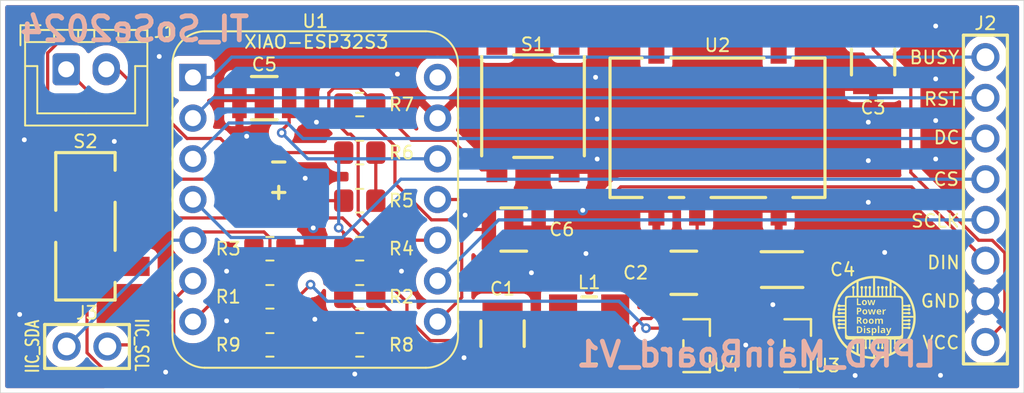
<source format=kicad_pcb>
(kicad_pcb (version 20240108) (generator "pcbnew") (generator_version "8.0")
  (title_block (title "LPRD_MainBoard") (comment 4 "AISLER Project ID: KCGOPWYC"))
  (layers (0 "F.Cu" signal) (31 "B.Cu" signal) (34 "B.Paste" user) (35 "F.Paste" user) (36 "B.SilkS" user "B.Silkscreen") (37 "F.SilkS" user "F.Silkscreen") (38 "B.Mask" user) (39 "F.Mask" user) (44 "Edge.Cuts" user))
  (net 0 "")
  (net 1 "Net-(U1-PA02_A0_D0)")
  (net 2 "GND")
  (net 3 "Net-(U1-PA10_A2_D2)")
  (net 4 "Net-(U1-PA6_A10_D10_MOSI)")
  (net 5 "Net-(U1-PA7_A8_D8_SCK)")
  (net 6 "Net-(U1-PA11_A3_D3)")
  (net 7 "VCC")
  (net 8 "Net-(U1-PA4_A1_D1)")
  (net 9 "Net-(C2-Pad1)")
  (net 10 "Net-(U1-PA9_A5_D5_SCL)")
  (net 11 "Net-(C3-Pad1)")
  (net 12 "Net-(U1-PA8_A4_D4_SDA)")
  (net 13 "Net-(J1-Pin_1)")
  (net 14 "Net-(J1-Pin_2)")
  (net 15 "Net-(U4-G)")
  (net 16 "Net-(U3-G)")
  (net 17 "Net-(R4-Pad2)")
  (net 18 "Net-(U3-D)")
  (net 20 "Net-(U1-PB08_A6_D6_TX)")
  (net 21 "Net-(U1-PB09_A7_D7_RX)")
  (net 22 "Net-(U1-PA5_A9_D9_MISO)")
  (net 25 "Net-(C1-Pad1)")
  (footprint "footprints:450406020024" (layer "F.Cu") (at 128.2 99.9 90)
    (property "Reference" "S2" (at 5.3 0 0) (layer "F.SilkS") (effects (font (size 0.8 0.8) (thickness 0.12))))
    (property "Value" "450406020024" (hide yes))
    (pad "1" smd rect (at -2.5 2.75 90) (size 1.2 2.5) (layers "F.Cu" "F.Paste" "F.Mask") (net 11 "Net-(C3-Pad1)"))
    (pad "2" smd rect (at 0 -2.75 90) (size 1.2 2.5) (layers "F.Cu" "F.Paste" "F.Mask") (net 18 "Net-(U3-D)"))
    (pad "3" smd rect (at 2.5 2.75 90) (size 1.2 2.5) (layers "F.Cu" "F.Paste" "F.Mask") (net 25 "Net-(C1-Pad1)"))
  )
  (footprint "footprints:61300811121" (layer "F.Cu") (at 184.3 98.23 -90)
    (property "Reference" "J2" (at -11 0 180) (layer "F.SilkS") (effects (font (size 0.8 0.8) (thickness 0.12))))
    (property "Value" "61300811121" (hide yes))
    (property "VALUE" "61300811121" (hide yes))
    (pad "1" thru_hole circle (at -8.89 0 270) (size 1.75 1.75) (drill 1.1) (layers "*.Cu" "*.Mask") (net 1 "Net-(U1-PA02_A0_D0)"))
    (pad "2" thru_hole circle (at -6.35 0 270) (size 1.75 1.75) (drill 1.1) (layers "*.Cu" "*.Mask") (net 8 "Net-(U1-PA4_A1_D1)"))
    (pad "3" thru_hole circle (at -3.81 0 270) (size 1.75 1.75) (drill 1.1) (layers "*.Cu" "*.Mask") (net 3 "Net-(U1-PA10_A2_D2)"))
    (pad "4" thru_hole circle (at -1.27 0 270) (size 1.75 1.75) (drill 1.1) (layers "*.Cu" "*.Mask") (net 6 "Net-(U1-PA11_A3_D3)"))
    (pad "5" thru_hole circle (at 1.27 0 270) (size 1.75 1.75) (drill 1.1) (layers "*.Cu" "*.Mask") (net 5 "Net-(U1-PA7_A8_D8_SCK)"))
    (pad "6" thru_hole circle (at 3.81 0 270) (size 1.75 1.75) (drill 1.1) (layers "*.Cu" "*.Mask") (net 4 "Net-(U1-PA6_A10_D10_MOSI)"))
    (pad "7" thru_hole circle (at 6.35 0 270) (size 1.75 1.75) (drill 1.1) (layers "*.Cu" "*.Mask") (net 2 "GND"))
    (pad "8" thru_hole circle (at 8.89 0 270) (size 1.75 1.75) (drill 1.1) (layers "*.Cu" "*.Mask") (net 11 "Net-(C3-Pad1)"))
  )
  (footprint "footprints:WCAP-CSGP_1210_H2.0" (layer "F.Cu") (at 154.2 106.6 -90)
    (property "Reference" "C1" (at -2.8 0 180) (layer "F.SilkS") (effects (font (size 0.8 0.8) (thickness 0.12))))
    (property "Value" "4.7µF" (hide yes))
    (pad "1" smd rect (at -1.55 0 270) (size 0.9 2.5) (layers "F.Cu" "F.Paste" "F.Mask") (net 25 "Net-(C1-Pad1)"))
    (pad "2" smd rect (at 1.55 0 270) (size 0.9 2.5) (layers "F.Cu" "F.Paste" "F.Mask") (net 2 "GND"))
  )
  (footprint "footprints:WCAP-CSGP_1210_H2.0" (layer "F.Cu") (at 177.3 89.65 -90)
    (property "Reference" "C3" (at 2.85 0 180) (layer "F.SilkS") (effects (font (size 0.8 0.8) (thickness 0.12))))
    (property "Value" "10µF" (hide yes))
    (pad "1" smd rect (at -1.55 0 270) (size 0.9 2.5) (layers "F.Cu" "F.Paste" "F.Mask") (net 11 "Net-(C3-Pad1)"))
    (pad "2" smd rect (at 1.55 0 270) (size 0.9 2.5) (layers "F.Cu" "F.Paste" "F.Mask") (net 2 "GND"))
  )
  (footprint "Connector_JST:JST_XH_B2B-XH-A_1x02_P2.50mm_Vertical" (layer "F.Cu") (at 127 90.1)
    (property "Reference" "J1" (at 6.15 -2.375 180) (layer "F.SilkS") (effects (font (size 0.8 0.8) (thickness 0.12))))
    (property "Value" "JST_XH 01x02" (hide yes))
    (pad "1" thru_hole roundrect (at 0 0) (size 1.7 2) (drill 1) (layers "*.Cu" "*.Mask") (roundrect_rratio 0.147059) (net 13 "Net-(J1-Pin_1)"))
    (pad "2" thru_hole oval (at 2.5 0) (size 1.7 2) (drill 1) (layers "*.Cu" "*.Mask") (net 14 "Net-(J1-Pin_2)"))
  )
  (footprint "footprints:61300211121" (layer "F.Cu") (at 128.3 107.4 180)
    (property "Reference" "J3" (at 0 2.1 180) (layer "F.SilkS") (effects (font (size 0.8 0.8) (thickness 0.12))))
    (property "Value" "61300211121" (hide yes))
    (property "VALUE" "61300211121" (hide yes))
    (pad "1" thru_hole circle (at -1.27 0 180) (size 1.75 1.75) (drill 1.1) (layers "*.Cu" "*.Mask") (net 10 "Net-(U1-PA9_A5_D5_SCL)"))
    (pad "2" thru_hole circle (at 1.27 0 180) (size 1.75 1.75) (drill 1.1) (layers "*.Cu" "*.Mask") (net 12 "Net-(U1-PA8_A4_D4_SDA)"))
  )
  (footprint "footprints:WE-PD2_4532" (layer "F.Cu") (at 159.6 106.4)
    (property "Reference" "L1" (at 0 -3 0) (layer "F.SilkS") (effects (font (size 0.8 0.8) (thickness 0.12))))
    (property "Value" "6.8µH" (hide yes))
    (pad "1" smd rect (at -1.625 0 90) (size 4.5 1.75) (layers "F.Cu" "F.Paste" "F.Mask") (net 25 "Net-(C1-Pad1)"))
    (pad "2" smd rect (at 1.625 0 90) (size 4.5 1.75) (layers "F.Cu" "F.Paste" "F.Mask") (net 9 "Net-(C2-Pad1)"))
    (zone (net 0) (net_name "") (layer "F.Cu") (connect_pads (clearance 0)) (min_thickness 0.1)
      (keepout (tracks not_allowed) (vias not_allowed) (pads not_allowed) (copperpour not_allowed) (footprints allowed))
      (fill (thermal_gap 0.508) (thermal_bridge_width 0.508))
      (polygon (pts (xy 158.9 104.15) (xy 160.3 104.15) (xy 160.3 108.65) (xy 158.9 108.65)))
    )
  )
  (footprint "footprints:WCAP-CSGP_1210_H2.0" (layer "F.Cu") (at 139.35 91.9)
    (property "Reference" "C5" (at 0 -2.1 0) (layer "F.SilkS") (effects (font (size 0.8 0.8) (thickness 0.12))))
    (property "Value" "100nF" (hide yes))
    (pad "1" smd rect (at -1.55 0) (size 0.9 2.5) (layers "F.Cu" "F.Paste" "F.Mask") (net 2 "GND"))
    (pad "2" smd rect (at 1.55 0) (size 0.9 2.5) (layers "F.Cu" "F.Paste" "F.Mask") (net 7 "VCC"))
  )
  (footprint "Resistor_SMD:R_0805_2012Metric_Pad1.20x1.40mm_HandSolder" (layer "F.Cu") (at 145.3 98.3)
    (property "Reference" "R5" (at 2.6 0 0) (layer "F.SilkS") (effects (font (size 0.8 0.8) (thickness 0.12))))
    (property "Value" "220kΩ" (hide yes))
    (pad "1" smd roundrect (at -1 0) (size 1.2 1.4) (layers "F.Cu" "F.Paste" "F.Mask") (roundrect_rratio 0.208333) (net 13 "Net-(J1-Pin_1)"))
    (pad "2" smd roundrect (at 1 0) (size 1.2 1.4) (layers "F.Cu" "F.Paste" "F.Mask") (roundrect_rratio 0.208333) (net 22 "Net-(U1-PA5_A9_D9_MISO)"))
  )
  (footprint "footprints:WCAP-CSGP_1210_H2.0" (layer "F.Cu") (at 165.5 102.8 180)
    (property "Reference" "C2" (at 3 0 180) (layer "F.SilkS") (effects (font (size 0.8 0.8) (thickness 0.12))))
    (property "Value" "4.7µF" (hide yes))
    (pad "1" smd rect (at -1.55 0 180) (size 0.9 2.5) (layers "F.Cu" "F.Paste" "F.Mask") (net 9 "Net-(C2-Pad1)"))
    (pad "2" smd rect (at 1.55 0 180) (size 0.9 2.5) (layers "F.Cu" "F.Paste" "F.Mask") (net 2 "GND"))
  )
  (footprint "Resistor_SMD:R_0805_2012Metric_Pad1.20x1.40mm_HandSolder" (layer "F.Cu") (at 139.7 101.3)
    (property "Reference" "R3" (at -2.6 0 0) (layer "F.SilkS") (effects (font (size 0.8 0.8) (thickness 0.12))))
    (property "Value" "10kΩ" (hide yes))
    (pad "1" smd roundrect (at -1 0) (size 1.2 1.4) (layers "F.Cu" "F.Paste" "F.Mask") (roundrect_rratio 0.208333) (net 20 "Net-(U1-PB08_A6_D6_TX)"))
    (pad "2" smd roundrect (at 1 0) (size 1.2 1.4) (layers "F.Cu" "F.Paste" "F.Mask") (roundrect_rratio 0.208333) (net 2 "GND"))
  )
  (footprint "Resistor_SMD:R_0805_2012Metric_Pad1.20x1.40mm_HandSolder" (layer "F.Cu") (at 145.3 104.3 180)
    (property "Reference" "R2" (at -2.6 0 180) (layer "F.SilkS") (effects (font (size 0.8 0.8) (thickness 0.12))))
    (property "Value" "100Ω" (hide yes))
    (pad "1" smd roundrect (at -1 0 180) (size 1.2 1.4) (layers "F.Cu" "F.Paste" "F.Mask") (roundrect_rratio 0.208333) (net 16 "Net-(U3-G)"))
    (pad "2" smd roundrect (at 1 0 180) (size 1.2 1.4) (layers "F.Cu" "F.Paste" "F.Mask") (roundrect_rratio 0.208333) (net 7 "VCC"))
  )
  (footprint "Resistor_SMD:R_0805_2012Metric_Pad1.20x1.40mm_HandSolder" (layer "F.Cu") (at 145.3 92.3)
    (property "Reference" "R7" (at 2.6 0 0) (layer "F.SilkS") (effects (font (size 0.8 0.8) (thickness 0.12))))
    (property "Value" "?kΩ" (hide yes))
    (pad "1" smd roundrect (at -1 0) (size 1.2 1.4) (layers "F.Cu" "F.Paste" "F.Mask") (roundrect_rratio 0.208333) (net 21 "Net-(U1-PB09_A7_D7_RX)"))
    (pad "2" smd roundrect (at 1 0) (size 1.2 1.4) (layers "F.Cu" "F.Paste" "F.Mask") (roundrect_rratio 0.208333) (net 17 "Net-(R4-Pad2)"))
  )
  (footprint "footprints:WCAP-CSGP_1210_H2.0" (layer "F.Cu") (at 154.9 100.1)
    (property "Reference" "C6" (at 3 0 180) (layer "F.SilkS") (effects (font (size 0.8 0.8) (thickness 0.12))))
    (property "Value" "?F" (hide yes))
    (pad "1" smd rect (at -1.55 0) (size 0.9 2.5) (layers "F.Cu" "F.Paste" "F.Mask") (net 21 "Net-(U1-PB09_A7_D7_RX)"))
    (pad "2" smd rect (at 1.55 0) (size 0.9 2.5) (layers "F.Cu" "F.Paste" "F.Mask") (net 2 "GND"))
  )
  (footprint "footprints:SOT_02K-T1-GE3_VIS" (layer "F.Cu") (at 166.3 107.35 -90)
    (property "Reference" "U4" (at 1.2 -1.84 0) (layer "F.SilkS") (effects (font (size 0.8 0.8) (thickness 0.12))))
    (property "Value" "2N7002K-T1-GE3" (hide yes))
    (pad "1" smd rect (at -0.950001 1.016 270) (size 0.5588 1.3208) (layers "F.Cu" "F.Paste" "F.Mask") (net 15 "Net-(U4-G)"))
    (pad "2" smd rect (at 0.950001 1.016 270) (size 0.5588 1.3208) (layers "F.Cu" "F.Paste" "F.Mask") (net 2 "GND"))
    (pad "3" smd rect (at 0 -1.016 270) (size 0.5588 1.3208) (layers "F.Cu" "F.Paste" "F.Mask") (net 16 "Net-(U3-G)"))
  )
  (footprint "footprints:WPME-FISM_SMT-8_L13.2W11.4H7.25" (layer "F.Cu") (at 167.6 93.75)
    (property "Reference" "U2" (at 0 -5.15 0) (layer "F.SilkS") (effects (font (size 0.8 0.8) (thickness 0.12))))
    (property "Value" "WPME-FISM_SMT-8" (hide yes))
    (pad "1" smd rect (at -3.81 5.05) (size 1 2.1) (layers "F.Cu" "F.Paste" "F.Mask") (net 2 "GND"))
    (pad "2" smd rect (at -1.27 5.05) (size 1 2.1) (layers "F.Cu" "F.Paste" "F.Mask") (net 9 "Net-(C2-Pad1)"))
    (pad "4" smd rect (at 3.81 5.05) (size 1 2.1) (layers "F.Cu" "F.Paste" "F.Mask") (net 2 "GND"))
    (pad "5" smd rect (at 3.81 -5.05) (size 1 2.1) (layers "F.Cu" "F.Paste" "F.Mask") (net 11 "Net-(C3-Pad1)"))
    (pad "8" smd rect (at -3.81 -5.05) (size 1 2.1) (layers "F.Cu" "F.Paste" "F.Mask"))
  )
  (footprint "Seeed Studio XIAO Series Library:XIAO-Generic-Thruhole-14P-2.54-21X17.8MM" (layer "F.Cu") (at 142.525 98.2273)
    (property "Reference" "U1" (at 0 -11.12735 0) (layer "F.SilkS") (effects (font (size 0.8 0.8) (thickness 0.12) (bold yes))))
    (property "Value" "XIAO-ESP32S3" (at 0.075 -9.82735 0) (layer "F.SilkS") (effects (font (size 0.8 0.8) (thickness 0.12))))
    (fp_text user "+" (at -3.025 0.07265 0) (layer "F.SilkS") (effects (font (thickness 0.2) (bold yes)) (justify left bottom)))
    (fp_text user "-" (at -3.025 -1.82735 0) (layer "F.SilkS") (effects (font (thickness 0.2) (bold yes)) (justify left bottom)))
    (pad "1" thru_hole rect (at -7.625 -7.62) (size 1.7 1.7) (drill 1) (layers "*.Cu" "*.Mask") (net 1 "Net-(U1-PA02_A0_D0)"))
    (pad "2" thru_hole circle (at -7.625 -5.08) (size 1.7 1.7) (drill 1) (layers "*.Cu" "*.Mask") (net 8 "Net-(U1-PA4_A1_D1)"))
    (pad "3" thru_hole circle (at -7.625 -2.54) (size 1.7 1.7) (drill 1) (layers "*.Cu" "*.Mask") (net 3 "Net-(U1-PA10_A2_D2)"))
    (pad "4" thru_hole circle (at -7.625 0) (size 1.7 1.7) (drill 1) (layers "*.Cu" "*.Mask") (net 6 "Net-(U1-PA11_A3_D3)"))
    (pad "5" thru_hole circle (at -7.625 2.54) (size 1.7 1.7) (drill 1) (layers "*.Cu" "*.Mask") (net 12 "Net-(U1-PA8_A4_D4_SDA)"))
    (pad "6" thru_hole circle (at -7.625 5.08 180) (size 1.7 1.7) (drill 1) (layers "*.Cu" "*.Mask") (net 10 "Net-(U1-PA9_A5_D5_SCL)"))
    (pad "7" thru_hole circle (at -7.625 7.62) (size 1.7 1.7) (drill 1) (layers "*.Cu" "*.Mask") (net 20 "Net-(U1-PB08_A6_D6_TX)"))
    (pad "8" thru_hole circle (at 7.625 7.62) (size 1.7 1.7) (drill 1) (layers "*.Cu" "*.Mask") (net 21 "Net-(U1-PB09_A7_D7_RX)"))
    (pad "9" thru_hole circle (at 7.625 5.08) (size 1.7 1.7) (drill 1) (layers "*.Cu" "*.Mask") (net 5 "Net-(U1-PA7_A8_D8_SCK)"))
    (pad "10" thru_hole circle (at 7.625 2.54) (size 1.7 1.7) (drill 1) (layers "*.Cu" "*.Mask") (net 22 "Net-(U1-PA5_A9_D9_MISO)"))
    (pad "11" thru_hole circle (at 7.625 0) (size 1.7 1.7) (drill 1) (layers "*.Cu" "*.Mask") (net 4 "Net-(U1-PA6_A10_D10_MOSI)"))
    (pad "12" thru_hole circle (at 7.625 -2.54) (size 1.7 1.7) (drill 1) (layers "*.Cu" "*.Mask") (net 7 "VCC"))
    (pad "13" thru_hole circle (at 7.625 -5.08) (size 1.7 1.7) (drill 1) (layers "*.Cu" "*.Mask") (net 2 "GND"))
    (pad "14" thru_hole circle (at 7.625 -7.62) (size 1.7 1.7) (drill 1) (layers "*.Cu" "*.Mask"))
    (pad "15" smd roundrect (at -4.4 -0.395 90) (size 1.27 2.286) (layers "F.Cu" "F.Paste" "F.Mask") (net 13 "Net-(J1-Pin_1)"))
    (pad "16" smd roundrect (at -4.4 -2.3 90) (size 1.27 2.286) (layers "F.Cu" "F.Paste" "F.Mask") (net 14 "Net-(J1-Pin_2)"))
  )
  (footprint "Resistor_SMD:R_0805_2012Metric_Pad1.20x1.40mm_HandSolder" (layer "F.Cu") (at 145.3 107.3 180)
    (property "Reference" "R8" (at -2.6 0 180) (layer "F.SilkS") (effects (font (size 0.8 0.8) (thickness 0.12))))
    (property "Value" "10kΩ" (hide yes))
    (pad "1" smd roundrect (at -1 0 180) (size 1.2 1.4) (layers "F.Cu" "F.Paste" "F.Mask") (roundrect_rratio 0.208333) (net 12 "Net-(U1-PA8_A4_D4_SDA)"))
    (pad "2" smd roundrect (at 1 0 180) (size 1.2 1.4) (layers "F.Cu" "F.Paste" "F.Mask") (roundrect_rratio 0.208333) (net 7 "VCC"))
  )
  (footprint "Resistor_SMD:R_0805_2012Metric_Pad1.20x1.40mm_HandSolder" (layer "F.Cu") (at 145.3 101.3)
    (property "Reference" "R4" (at 2.6 0 0) (layer "F.SilkS") (effects (font (size 0.8 0.8) (thickness 0.12))))
    (property "Value" "10kΩ" (hide yes))
    (pad "1" smd roundrect (at -1 0) (size 1.2 1.4) (layers "F.Cu" "F.Paste" "F.Mask") (roundrect_rratio 0.208333) (net 7 "VCC"))
    (pad "2" smd roundrect (at 1 0) (size 1.2 1.4) (layers "F.Cu" "F.Paste" "F.Mask") (roundrect_rratio 0.208333) (net 17 "Net-(R4-Pad2)"))
  )
  (footprint "footprints:SOT-23_VIS" (layer "F.Cu") (at 172.6 107.35 -90)
    (property "Reference" "U3" (at 1.24 -1.85 0) (layer "F.SilkS") (effects (font (size 0.8 0.8) (thickness 0.12))))
    (property "Value" "SI2307CDS-T1-BE3" (hide yes))
    (pad "1" smd rect (at -0.950001 1.016 270) (size 0.568 1.309599) (layers "F.Cu" "F.Paste" "F.Mask") (net 16 "Net-(U3-G)"))
    (pad "2" smd rect (at 0.950001 1.016 270) (size 0.568 1.309599) (layers "F.Cu" "F.Paste" "F.Mask") (net 7 "VCC"))
    (pad "3" smd rect (at 0 -1.016 270) (size 0.568 1.309599) (layers "F.Cu" "F.Paste" "F.Mask") (net 18 "Net-(U3-D)"))
  )
  (footprint "footprints:WCAP-CSMH_1808_H2.0" (layer "F.Cu") (at 171.6 102.6)
    (property "Reference" "C4" (at 3.8 0 0) (layer "F.SilkS") (effects (font (size 0.8 0.8) (thickness 0.12))))
    (property "Value" "470pF" (hide yes))
    (pad "1" smd rect (at -2.175 0) (size 1.05 2.3) (layers "F.Cu" "F.Paste" "F.Mask") (net 9 "Net-(C2-Pad1)"))
    (pad "2" smd rect (at 2.175 0) (size 1.05 2.3) (layers "F.Cu" "F.Paste" "F.Mask") (net 2 "GND"))
  )
  (footprint "Resistor_SMD:R_0805_2012Metric_Pad1.20x1.40mm_HandSolder" (layer "F.Cu") (at 139.7 104.3)
    (property "Reference" "R1" (at -2.6 0 0) (layer "F.SilkS") (effects (font (size 0.8 0.8) (thickness 0.12))))
    (property "Value" "1kΩ" (hide yes))
    (pad "1" smd roundrect (at -1 0) (size 1.2 1.4) (layers "F.Cu" "F.Paste" "F.Mask") (roundrect_rratio 0.208333) (net 20 "Net-(U1-PB08_A6_D6_TX)"))
    (pad "2" smd roundrect (at 1 0) (size 1.2 1.4) (layers "F.Cu" "F.Paste" "F.Mask") (roundrect_rratio 0.208333) (net 15 "Net-(U4-G)"))
  )
  (footprint "footprints:Logo" (layer "F.Cu") (at 177.36 105.59)
    (property "Reference" "G***" (hide yes))
    (property "Value" "LOGO" (hide yes))
  )
  (footprint "Resistor_SMD:R_0805_2012Metric_Pad1.20x1.40mm_HandSolder" (layer "F.Cu") (at 145.3 95.3 180)
    (property "Reference" "R6" (at -2.6 0 180) (layer "F.SilkS") (effects (font (size 0.8 0.8) (thickness 0.12))))
    (property "Value" "220kΩ" (hide yes))
    (pad "1" smd roundrect (at -1 0 180) (size 1.2 1.4) (layers "F.Cu" "F.Paste" "F.Mask") (roundrect_rratio 0.208333) (net 22 "Net-(U1-PA5_A9_D9_MISO)"))
    (pad "2" smd roundrect (at 1 0 180) (size 1.2 1.4) (layers "F.Cu" "F.Paste" "F.Mask") (roundrect_rratio 0.208333) (net 14 "Net-(J1-Pin_2)"))
  )
  (footprint "Resistor_SMD:R_0805_2012Metric_Pad1.20x1.40mm_HandSolder" (layer "F.Cu") (at 139.7 107.3)
    (property "Reference" "R9" (at -2.6 0 0) (layer "F.SilkS") (effects (font (size 0.8 0.8) (thickness 0.12))))
    (property "Value" "10kΩ" (hide yes))
    (pad "1" smd roundrect (at -1 0) (size 1.2 1.4) (layers "F.Cu" "F.Paste" "F.Mask") (roundrect_rratio 0.208333) (net 10 "Net-(U1-PA9_A5_D5_SCL)"))
    (pad "2" smd roundrect (at 1 0) (size 1.2 1.4) (layers "F.Cu" "F.Paste" "F.Mask") (roundrect_rratio 0.208333) (net 7 "VCC"))
  )
  (footprint "footprints:430182050816" (layer "F.Cu") (at 156.1 92.4 90)
    (property "Reference" "S1" (at 3.86 0 0) (layer "F.SilkS") (effects (font (size 0.8 0.8) (thickness 0.12))))
    (property "Value" "430182050816" (hide yes))
    (pad "1" smd rect (at -3.975 -2.25 90) (size 1.55 1.3) (layers "F.Cu" "F.Paste" "F.Mask") (net 17 "Net-(R4-Pad2)"))
    (pad "2" smd rect (at -3.975 2.25 90) (size 1.55 1.3) (layers "F.Cu" "F.Paste" "F.Mask") (net 2 "GND"))
    (pad "3" smd rect (at 3.975 -2.25 90) (size 1.55 1.3) (layers "F.Cu" "F.Paste" "F.Mask"))
    (pad "4" smd rect (at 3.975 2.25 90) (size 1.55 1.3) (layers "F.Cu" "F.Paste" "F.Mask"))
  )
  (gr_line (start 122.9 110.3) (end 186.7 110.3) (stroke (width 0.05)) (layer "Edge.Cuts"))
  (gr_line (start 122.9 85.8) (end 122.9 110.3) (stroke (width 0.05)) (layer "Edge.Cuts"))
  (gr_line (start 186.7 85.8) (end 186.7 110.3) (stroke (width 0.05)) (layer "Edge.Cuts"))
  (gr_line (start 122.9 85.8) (end 186.7 85.8) (stroke (width 0.05)) (layer "Edge.Cuts"))
  (gr_text "LPRD_MainBoard_V1" (at 181.4 108.77 0) (layer "B.SilkS") (effects (font (size 1.5 1.5) (thickness 0.3) (bold yes)) (justify left bottom mirror)))
  (gr_text "TI_SoSe2024" (at 138.56 88.46 0) (layer "B.SilkS") (effects (font (size 1.5 1.5) (thickness 0.3) (bold yes)) (justify left bottom mirror)))
  (gr_text "DIN\n" (at 180.6 102.63 0) (layer "F.SilkS") (effects (font (size 0.8 0.8) (thickness 0.12)) (justify left bottom)))
  (gr_text "DC" (at 181 94.83 0) (layer "F.SilkS") (effects (font (size 0.8 0.8) (thickness 0.12)) (justify left bottom)))
  (gr_text "BUSY" (at 179.5 89.83 0) (layer "F.SilkS") (effects (font (size 0.8 0.8) (thickness 0.12)) (justify left bottom)))
  (gr_text "GND\n" (at 180.2 105.03 0) (layer "F.SilkS") (effects (font (size 0.8 0.8) (thickness 0.12)) (justify left bottom)))
  (gr_text "RST" (at 180.4 92.43 0) (layer "F.SilkS") (effects (font (size 0.8 0.8) (thickness 0.12)) (justify left bottom)))
  (gr_text "VCC\n" (at 180.3 107.63 0) (layer "F.SilkS") (effects (font (size 0.8 0.8) (thickness 0.12)) (justify left bottom)))
  (gr_text "CS\n" (at 181 97.43 0) (layer "F.SilkS") (effects (font (size 0.8 0.8) (thickness 0.12)) (justify left bottom)))
  (gr_text "SCLK\n" (at 179.6 100.03 0) (layer "F.SilkS") (effects (font (size 0.8 0.8) (thickness 0.12)) (justify left bottom)))
  (gr_text "IIC_SCL" (at 131.7 107.3 270) (layer "F.SilkS") (effects (font (size 0.8 0.6) (thickness 0.12))))
  (gr_text "IIC_SDA" (at 124.9 107.4 90) (layer "F.SilkS") (effects (font (size 0.8 0.6) (thickness 0.12))))
  (segment (start 134.9 90.6073) (end 136.0501 90.6073) (width 0.2) (layer "B.Cu") (net 1))
  (segment (start 137.3174 89.34) (end 136.0501 90.6073) (width 0.2) (layer "B.Cu") (net 1))
  (segment (start 184.3 89.34) (end 137.3174 89.34) (width 0.2) (layer "B.Cu") (net 1))
  (via (at 142.4 100) (size 0.65) (drill 0.3) (layers "F.Cu" "B.Cu") (net 2))
  (via (at 151.87 99.2) (size 0.65) (drill 0.3) (layers "F.Cu" "B.Cu") (net 2))
  (via (at 124.39 94.5) (size 0.65) (drill 0.3) (layers "F.Cu" "B.Cu") (net 2))
  (via (at 142.5 105.7) (size 0.65) (drill 0.3) (layers "F.Cu" "B.Cu") (net 2))
  (via (at 144.99 109.12) (size 0.65) (drill 0.3) (layers "F.Cu" "B.Cu") (net 2))
  (via (at 159.4 101.6) (size 0.65) (drill 0.3) (layers "F.Cu" "B.Cu") (net 2))
  (via (at 177 95.8) (size 0.65) (drill 0.3) (layers "F.Cu" "B.Cu") (net 2))
  (via (at 147.65 90.4) (size 0.65) (drill 0.3) (layers "F.Cu" "B.Cu") (net 2))
  (via (at 156 102.8) (size 0.65) (drill 0.3) (layers "F.Cu" "B.Cu") (net 2))
  (via (at 142.6 93.4) (size 0.65) (drill 0.3) (layers "F.Cu" "B.Cu") (net 2))
  (via (at 181.5 109.2) (size 0.65) (drill 0.3) (layers "F.Cu" "B.Cu") (net 2))
  (via (at 169.36 107.31) (size 0.65) (drill 0.3) (layers "F.Cu" "B.Cu") (net 2))
  (via (at 133.2 109) (size 0.65) (drill 0.3) (layers "F.Cu" "B.Cu") (net 2))
  (via (at 181.2 90.7) (size 0.65) (drill 0.3) (layers "F.Cu" "B.Cu") (net 2))
  (via (at 147.9 102.7) (size 0.65) (drill 0.3) (layers "F.Cu" "B.Cu") (net 2))
  (via (at 160.1 95.7) (size 0.65) (drill 0.3) (layers "F.Cu" "B.Cu") (net 2))
  (via (at 137 102.7) (size 0.65) (drill 0.3) (layers "F.Cu" "B.Cu") (net 2))
  (via (at 151.8 108.1) (size 0.65) (drill 0.3) (layers "F.Cu" "B.Cu") (net 2))
  (via (at 177 98.4) (size 0.65) (drill 0.3) (layers "F.Cu" "B.Cu") (net 2))
  (via (at 130 94.6) (size 0.65) (drill 0.3) (layers "F.Cu" "B.Cu") (net 2))
  (via (at 124.1 105.4) (size 0.65) (drill 0.3) (layers "F.Cu" "B.Cu") (net 2))
  (via (at 138.25 94.28) (size 0.65) (drill 0.3) (layers "F.Cu" "B.Cu") (net 2))
  (via (at 171.05 104.79) (size 0.65) (drill 0.3) (layers "F.Cu" "B.Cu") (net 2))
  (via (at 132.8 89.3) (size 0.65) (drill 0.3) (layers "F.Cu" "B.Cu") (net 2))
  (via (at 181.2 87.4) (size 0.65) (drill 0.3) (layers "F.Cu" "B.Cu") (net 2))
  (via (at 137 105.8) (size 0.65) (drill 0.3) (layers "F.Cu" "B.Cu") (net 2))
  (via (at 141.9 96.9) (size 0.65) (drill 0.3) (layers "F.Cu" "B.Cu") (net 2))
  (via (at 160 90.6) (size 0.65) (drill 0.3) (layers "F.Cu" "B.Cu") (net 2))
  (via (at 159.2 98.9) (size 0.65) (drill 0.3) (layers "F.Cu" "B.Cu") (net 2))
  (via (at 176.18 109.21) (size 0.65) (drill 0.3) (layers "F.Cu" "B.Cu") (net 2))
  (via (at 181.2 93.3) (size 0.65) (drill 0.3) (layers "F.Cu" "B.Cu") (net 2))
  (via (at 178.02 101.53) (size 0.65) (drill 0.3) (layers "F.Cu" "B.Cu") (net 2))
  (via (at 160.1 93.2) (size 0.65) (drill 0.3) (layers "F.Cu" "B.Cu") (net 2))
  (via (at 181.2 95.7) (size 0.65) (drill 0.3) (layers "F.Cu" "B.Cu") (net 2))
  (via (at 177 93.4) (size 0.65) (drill 0.3) (layers "F.Cu" "B.Cu") (net 2))
  (segment (start 141.7549 94.42) (end 140.7864 93.4515) (width 0.2) (layer "B.Cu") (net 3))
  (segment (start 184.3 94.42) (end 141.7549 94.42) (width 0.2) (layer "B.Cu") (net 3))
  (segment (start 140.7864 93.4515) (end 137.1358 93.4515) (width 0.2) (layer "B.Cu") (net 3))
  (segment (start 137.1358 93.4515) (end 134.9 95.6873) (width 0.2) (layer "B.Cu") (net 3))
  (segment (start 161.569 97.4382) (end 160.7799 98.2273) (width 0.2) (layer "F.Cu") (net 4))
  (segment (start 184.3 102.04) (end 179.6982 97.4382) (width 0.2) (layer "F.Cu") (net 4))
  (segment (start 160.7799 98.2273) (end 150.15 98.2273) (width 0.2) (layer "F.Cu") (net 4))
  (segment (start 179.6982 97.4382) (end 161.569 97.4382) (width 0.2) (layer "F.Cu") (net 4))
  (segment (start 153.9573 99.5) (end 150.15 103.3073) (width 0.2) (layer "B.Cu") (net 5))
  (segment (start 184.3 99.5) (end 153.9573 99.5) (width 0.2) (layer "B.Cu") (net 5))
  (segment (start 137.2738 100.6011) (end 144.2205 100.6011) (width 0.2) (layer "B.Cu") (net 6))
  (segment (start 147.8616 96.96) (end 184.3 96.96) (width 0.2) (layer "B.Cu") (net 6))
  (segment (start 134.9 98.2273) (end 137.2738 100.6011) (width 0.2) (layer "B.Cu") (net 6))
  (segment (start 144.2205 100.6011) (end 147.8616 96.96) (width 0.2) (layer "B.Cu") (net 6))
  (segment (start 144.3 104.3) (end 145.2994 105.2994) (width 0.2) (layer "F.Cu") (net 7))
  (segment (start 145.2994 106.3006) (end 145.2994 106.2198) (width 0.2) (layer "F.Cu") (net 7))
  (segment (start 144.3 107.3) (end 140.7 107.3) (width 0.2) (layer "F.Cu") (net 7))
  (segment (start 171.584 108.3) (end 171.584 108.8841) (width 0.2) (layer "F.Cu") (net 7))
  (segment (start 146.8971 106.2198) (end 150.0518 109.3745) (width 0.2) (layer "F.Cu") (net 7))
  (segment (start 144.3 100.3006) (end 144.3 101.3) (width 0.2) (layer "F.Cu") (net 7))
  (segment (start 150.0518 109.3745) (end 171.0936 109.3745) (width 0.2) (layer "F.Cu") (net 7))
  (segment (start 140.9 91.9) (end 140.9 93.4501) (width 0.2) (layer "F.Cu") (net 7))
  (segment (start 145.2994 105.2994) (end 145.2994 106.2198) (width 0.2) (layer "F.Cu") (net 7))
  (segment (start 140.4344 94.0652) (end 140.4344 93.9157) (width 0.2) (layer "F.Cu") (net 7))
  (segment (start 171.0936 109.3745) (end 171.584 108.8841) (width 0.2) (layer "F.Cu") (net 7))
  (segment (start 145.2994 106.2198) (end 146.8971 106.2198) (width 0.2) (layer "F.Cu") (net 7))
  (segment (start 144.3 101.3) (end 144.3 104.3) (width 0.2) (layer "F.Cu") (net 7))
  (segment (start 144.3 107.3) (end 145.2994 106.3006) (width 0.2) (layer "F.Cu") (net 7))
  (segment (start 143.9862 99.9868) (end 144.3 100.3006) (width 0.2) (layer "F.Cu") (net 7))
  (segment (start 140.4344 93.9157) (end 140.9 93.4501) (width 0.2) (layer "F.Cu") (net 7))
  (via (at 143.9862 99.9868) (size 0.6) (drill 0.3) (layers "F.Cu" "B.Cu") (net 7))
  (via (at 140.4344 94.0652) (size 0.6) (drill 0.3) (layers "F.Cu" "B.Cu") (net 7))
  (segment (start 143.9862 95.6873) (end 143.9862 99.9868) (width 0.2) (layer "B.Cu") (net 7))
  (segment (start 142.0565 95.6873) (end 140.4344 94.0652) (width 0.2) (layer "B.Cu") (net 7))
  (segment (start 143.9862 95.6873) (end 142.0565 95.6873) (width 0.2) (layer "B.Cu") (net 7))
  (segment (start 150.15 95.6873) (end 143.9862 95.6873) (width 0.2) (layer "B.Cu") (net 7))
  (segment (start 136.1673 91.88) (end 134.9 93.1473) (width 0.2) (layer "B.Cu") (net 8))
  (segment (start 184.3 91.88) (end 136.1673 91.88) (width 0.2) (layer "B.Cu") (net 8))
  (segment (start 167.05 102.8) (end 167.8001 102.8) (width 0.2) (layer "F.Cu") (net 9))
  (segment (start 162.4002 106.1535) (end 162.4002 106.4) (width 0.2) (layer "F.Cu") (net 9))
  (segment (start 166.675 102.8) (end 166.2999 102.8) (width 0.2) (layer "F.Cu") (net 9))
  (segment (start 162.4002 106.4) (end 162.4001 106.4) (width 0.2) (layer "F.Cu") (net 9))
  (segment (start 161.225 106.4) (end 162.4001 106.4) (width 0.2) (layer "F.Cu") (net 9))
  (segment (start 166.675 102.8) (end 166.675 100.4951) (width 0.2) (layer "F.Cu") (net 9))
  (segment (start 168.0001 102.6) (end 167.8001 102.8) (width 0.2) (layer "F.Cu") (net 9))
  (segment (start 167.05 102.8) (end 166.675 102.8) (width 0.2) (layer "F.Cu") (net 9))
  (segment (start 163.4415 105.6584) (end 162.8953 105.6584) (width 0.2) (layer "F.Cu") (net 9))
  (segment (start 166.675 100.4951) (end 166.33 100.1501) (width 0.2) (layer "F.Cu") (net 9))
  (segment (start 166.2999 102.8) (end 163.4415 105.6584) (width 0.2) (layer "F.Cu") (net 9))
  (segment (start 166.33 98.8) (end 166.33 100.1501) (width 0.2) (layer "F.Cu") (net 9))
  (segment (start 162.8953 105.6584) (end 162.4002 106.1535) (width 0.2) (layer "F.Cu") (net 9))
  (segment (start 169.425 102.6) (end 168.0001 102.6) (width 0.2) (layer "F.Cu") (net 9))
  (segment (start 129.67 107.3) (end 129.57 107.4) (width 0.2) (layer "F.Cu") (net 10))
  (segment (start 133.7066 107.3) (end 133.7066 104.5007) (width 0.2) (layer "F.Cu") (net 10))
  (segment (start 133.7066 107.3) (end 129.67 107.3) (width 0.2) (layer "F.Cu") (net 10))
  (segment (start 133.7066 104.5007) (end 134.9 103.3073) (width 0.2) (layer "F.Cu") (net 10))
  (segment (start 138.7 107.3) (end 133.7066 107.3) (width 0.2) (layer "F.Cu") (net 10))
  (segment (start 184.7236 100.77) (end 183.8778 100.77) (width 0.2) (layer "F.Cu") (net 11))
  (segment (start 183.8778 100.77) (end 179.6498 96.542) (width 0.2) (layer "F.Cu") (net 11))
  (segment (start 185.5084 101.5548) (end 184.7236 100.77) (width 0.2) (layer "F.Cu") (net 11))
  (segment (start 130.95 102.4) (end 130.95 101.4999) (width 0.2) (layer "F.Cu") (net 11))
  (segment (start 125.845 96.3949) (end 130.95 101.4999) (width 0.2) (layer "F.Cu") (net 11))
  (segment (start 171.41 87.4499) (end 171.31 87.3499) (width 0.2) (layer "F.Cu") (net 11))
  (segment (start 171.41 88.7) (end 171.41 88.1) (width 0.2) (layer "F.Cu") (net 11))
  (segment (start 179.6498 96.542) (end 179.6498 91.1999) (width 0.2) (layer "F.Cu") (net 11))
  (segment (start 177.3 88.1) (end 171.41 88.1) (width 0.2) (layer "F.Cu") (net 11))
  (segment (start 185.5084 105.9116) (end 185.5084 101.5548) (width 0.2) (layer "F.Cu") (net 11))
  (segment (start 179.6498 91.1999) (end 177.3 88.8501) (width 0.2) (layer "F.Cu") (net 11))
  (segment (start 125.845 89.0788) (end 125.845 96.3949) (width 0.2) (layer "F.Cu") (net 11))
  (segment (start 171.41 88.1) (end 171.41 87.4499) (width 0.2) (layer "F.Cu") (net 11))
  (segment (start 127.5739 87.3499) (end 125.845 89.0788) (width 0.2) (layer "F.Cu") (net 11))
  (segment (start 184.3 107.12) (end 185.5084 105.9116) (width 0.2) (layer "F.Cu") (net 11))
  (segment (start 177.3 88.1) (end 177.3 88.8501) (width 0.2) (layer "F.Cu") (net 11))
  (segment (start 171.31 87.3499) (end 127.5739 87.3499) (width 0.2) (layer "F.Cu") (net 11))
  (segment (start 139.3326 100.253) (end 139.7 100.6204) (width 0.2) (layer "F.Cu") (net 12))
  (segment (start 140.0854 108.3263) (end 145.2737 108.3263) (width 0.2) (layer "F.Cu") (net 12))
  (segment (start 135.4143 100.253) (end 139.3326 100.253) (width 0.2) (layer "F.Cu") (net 12))
  (segment (start 145.2737 108.3263) (end 146.3 107.3) (width 0.2) (layer "F.Cu") (net 12))
  (segment (start 139.7 100.6204) (end 139.7 107.9409) (width 0.2) (layer "F.Cu") (net 12))
  (segment (start 134.9 100.7673) (end 135.4143 100.253) (width 0.2) (layer "F.Cu") (net 12))
  (segment (start 139.7 107.9409) (end 140.0854 108.3263) (width 0.2) (layer "F.Cu") (net 12))
  (segment (start 133.6627 100.7673) (end 134.9 100.7673) (width 0.2) (layer "B.Cu") (net 12))
  (segment (start 127.03 107.4) (end 133.6627 100.7673) (width 0.2) (layer "B.Cu") (net 12))
  (segment (start 127 90.1) (end 133.8573 96.9573) (width 0.2) (layer "F.Cu") (net 13))
  (segment (start 137.25 96.9573) (end 138.125 97.8323) (width 0.2) (layer "F.Cu") (net 13))
  (segment (start 138.5927 98.3) (end 138.125 97.8323) (width 0.2) (layer "F.Cu") (net 13))
  (segment (start 144.3 98.3) (end 138.5927 98.3) (width 0.2) (layer "F.Cu") (net 13))
  (segment (start 133.8573 96.9573) (end 137.25 96.9573) (width 0.2) (layer "F.Cu") (net 13))
  (segment (start 134.5361 94.4173) (end 136.615 94.4173) (width 0.2) (layer "F.Cu") (net 14))
  (segment (start 129.5 90.1) (end 130.2188 90.1) (width 0.2) (layer "F.Cu") (net 14))
  (segment (start 130.2188 90.1) (end 134.5361 94.4173) (width 0.2) (layer "F.Cu") (net 14))
  (segment (start 138.7523 95.3) (end 138.125 95.9273) (width 0.2) (layer "F.Cu") (net 14))
  (segment (start 136.615 94.4173) (end 138.125 95.9273) (width 0.2) (layer "F.Cu") (net 14))
  (segment (start 144.3 95.3) (end 138.7523 95.3) (width 0.2) (layer "F.Cu") (net 14))
  (segment (start 165.284 106.4) (end 164.3235 106.4) (width 0.2) (layer "F.Cu") (net 15))
  (segment (start 163.1438 106.2585) (end 164.182 106.2585) (width 0.2) (layer "F.Cu") (net 15))
  (segment (start 140.7 104.3) (end 141.4711 104.3) (width 0.2) (layer "F.Cu") (net 15))
  (segment (start 164.182 106.2585) (end 164.3235 106.4) (width 0.2) (layer "F.Cu") (net 15))
  (segment (start 141.4711 104.3) (end 142.2324 103.5387) (width 0.2) (layer "F.Cu") (net 15))
  (via (at 163.1438 106.2585) (size 0.6) (drill 0.3) (layers "F.Cu" "B.Cu") (net 15))
  (via (at 142.2324 103.5387) (size 0.6) (drill 0.3) (layers "F.Cu" "B.Cu") (net 15))
  (segment (start 143.271 104.5773) (end 161.4626 104.5773) (width 0.2) (layer "B.Cu") (net 15))
  (segment (start 142.2324 103.5387) (end 143.271 104.5773) (width 0.2) (layer "B.Cu") (net 15))
  (segment (start 161.4626 104.5773) (end 163.1438 106.2585) (width 0.2) (layer "B.Cu") (net 15))
  (segment (start 163.8322 107.35) (end 167.316 107.35) (width 0.2) (layer "F.Cu") (net 16))
  (segment (start 170.6291 106.4) (end 167.6865 106.4) (width 0.2) (layer "F.Cu") (net 16))
  (segment (start 171.584 106.4) (end 170.6291 106.4) (width 0.2) (layer "F.Cu") (net 16))
  (segment (start 150.9502 108.9502) (end 162.232 108.9502) (width 0.2) (layer "F.Cu") (net 16))
  (segment (start 167.316 107.35) (end 167.316 107.0678) (width 0.2) (layer "F.Cu") (net 16))
  (segment (start 162.232 108.9502) (end 163.8322 107.35) (width 0.2) (layer "F.Cu") (net 16))
  (segment (start 167.316 107.0678) (end 167.316 106.7705) (width 0.2) (layer "F.Cu") (net 16))
  (segment (start 146.3 104.3) (end 150.9502 108.9502) (width 0.2) (layer "F.Cu") (net 16))
  (segment (start 167.6865 106.4) (end 167.316 106.7705) (width 0.2) (layer "F.Cu") (net 16))
  (segment (start 151.0528 94.5279) (end 148.5279 94.5279) (width 0.2) (layer "F.Cu") (net 17))
  (segment (start 144.735 94.1484) (end 145.2012 94.6146) (width 0.2) (layer "F.Cu") (net 17))
  (segment (start 145.2012 99.1608) (end 146.3 100.2596) (width 0.2) (layer "F.Cu") (net 17))
  (segment (start 143.3717 91.5753) (end 143.3717 92.9736) (width 0.2) (layer "F.Cu") (net 17))
  (segment (start 143.3717 92.9736) (end 144.5465 94.1484) (width 0.2) (layer "F.Cu") (net 17))
  (segment (start 153.85 96.375) (end 152.8999 96.375) (width 0.2) (layer "F.Cu") (net 17))
  (segment (start 143.6726 91.2744) (end 143.3717 91.5753) (width 0.2) (layer "F.Cu") (net 17))
  (segment (start 144.5465 94.1484) (end 144.735 94.1484) (width 0.2) (layer "F.Cu") (net 17))
  (segment (start 148.5279 94.5279) (end 146.3 92.3) (width 0.2) (layer "F.Cu") (net 17))
  (segment (start 152.8999 96.375) (end 151.0528 94.5279) (width 0.2) (layer "F.Cu") (net 17))
  (segment (start 146.3 92.3) (end 145.2744 91.2744) (width 0.2) (layer "F.Cu") (net 17))
  (segment (start 145.2744 91.2744) (end 143.6726 91.2744) (width 0.2) (layer "F.Cu") (net 17))
  (segment (start 145.2012 94.6146) (end 145.2012 99.1608) (width 0.2) (layer "F.Cu") (net 17))
  (segment (start 146.3 100.2596) (end 146.3 101.3) (width 0.2) (layer "F.Cu") (net 17))
  (segment (start 171.7754 109.7747) (end 173.616 107.9341) (width 0.2) (layer "F.Cu") (net 18))
  (segment (start 128.3001 107.7927) (end 130.2821 109.7747) (width 0.2) (layer "F.Cu") (net 18))
  (segment (start 128.3001 103.6502) (end 128.3001 107.7927) (width 0.2) (layer "F.Cu") (net 18))
  (segment (start 130.2821 109.7747) (end 171.7754 109.7747) (width 0.2) (layer "F.Cu") (net 18))
  (segment (start 125.45 100.8001) (end 128.3001 103.6502) (width 0.2) (layer "F.Cu") (net 18))
  (segment (start 173.616 107.35) (end 173.616 107.9341) (width 0.2) (layer "F.Cu") (net 18))
  (segment (start 125.45 99.9) (end 125.45 100.8001) (width 0.2) (layer "F.Cu") (net 18))
  (segment (start 138.7 104.3) (end 138.7 101.3) (width 0.2) (layer "F.Cu") (net 20))
  (segment (start 138.7 104.3) (end 136.4473 104.3) (width 0.2) (layer "F.Cu") (net 20))
  (segment (start 136.4473 104.3) (end 134.9 105.8473) (width 0.2) (layer "F.Cu") (net 20))
  (segment (start 146.2515 93.6494) (end 145.6494 93.6494) (width 0.2) (layer "F.Cu") (net 21))
  (segment (start 152.6058 100.1) (end 151.6554 100.1) (width 0.2) (layer "F.Cu") (net 21))
  (segment (start 153.35 100.1) (end 152.6058 100.1) (width 0.2) (layer "F.Cu") (net 21))
  (segment (start 145.6494 93.6494) (end 144.3 92.3) (width 0.2) (layer "F.Cu") (net 21))
  (segment (start 147.4942 97.2219) (end 147.4942 94.8921) (width 0.2) (layer "F.Cu") (net 21))
  (segment (start 149.7696 99.4973) (end 147.4942 97.2219) (width 0.2) (layer "F.Cu") (net 21))
  (segment (start 151.6554 100.1) (end 151.6554 104.3419) (width 0.2) (layer "F.Cu") (net 21))
  (segment (start 147.4942 94.8921) (end 146.2515 93.6494) (width 0.2) (layer "F.Cu") (net 21))
  (segment (start 151.6554 104.3419) (end 150.15 105.8473) (width 0.2) (layer "F.Cu") (net 21))
  (segment (start 151.6554 100.1) (end 151.0527 99.4973) (width 0.2) (layer "F.Cu") (net 21))
  (segment (start 151.0527 99.4973) (end 149.7696 99.4973) (width 0.2) (layer "F.Cu") (net 21))
  (segment (start 146.3 95.3) (end 146.3 98.3) (width 0.2) (layer "F.Cu") (net 22))
  (segment (start 148.7673 100.7673) (end 146.3 98.3) (width 0.2) (layer "F.Cu") (net 22))
  (segment (start 150.15 100.7673) (end 148.7673 100.7673) (width 0.2) (layer "F.Cu") (net 22))
  (segment (start 132.0275 99.3776) (end 130.95 98.3001) (width 0.2) (layer "F.Cu") (net 25))
  (segment (start 154.2 105.05) (end 154.2 105.8001) (width 0.2) (layer "F.Cu") (net 25))
  (segment (start 145.3988 100.5506) (end 144.2258 99.3776) (width 0.2) (layer "F.Cu") (net 25))
  (segment (start 152.9699 107.0302) (end 149.6874 107.0302) (width 0.2) (layer "F.Cu") (net 25))
  (segment (start 154.2 105.8001) (end 152.9699 107.0302) (width 0.2) (layer "F.Cu") (net 25))
  (segment (start 148.2421 105.5849) (end 148.2421 104.6402) (width 0.2) (layer "F.Cu") (net 25))
  (segment (start 145.3988 102.0009) (end 145.3988 100.5506) (width 0.2) (layer "F.Cu") (net 25))
  (segment (start 154.7999 106.4) (end 154.2 105.8001) (width 0.2) (layer "F.Cu") (net 25))
  (segment (start 157.975 106.4) (end 154.7999 106.4) (width 0.2) (layer "F.Cu") (net 25))
  (segment (start 148.2421 104.6402) (end 146.5435 102.9416) (width 0.2) (layer "F.Cu") (net 25))
  (segment (start 144.2258 99.3776) (end 132.0275 99.3776) (width 0.2) (layer "F.Cu") (net 25))
  (segment (start 146.3395 102.9416) (end 145.3988 102.0009) (width 0.2) (layer "F.Cu") (net 25))
  (segment (start 130.95 97.4) (end 130.95 98.3001) (width 0.2) (layer "F.Cu") (net 25))
  (segment (start 146.5435 102.9416) (end 146.3395 102.9416) (width 0.2) (layer "F.Cu") (net 25))
  (segment (start 149.6874 107.0302) (end 148.2421 105.5849) (width 0.2) (layer "F.Cu") (net 25))
  (zone (net 2) (net_name "GND") (layer "F.Cu") (connect_pads (clearance 0.5)) (min_thickness 0.25) (fill yes (thermal_gap 0.5) (thermal_bridge_width 0.5))
    (polygon (pts (xy 122.9 85.8) (xy 122.9 110.3) (xy 186.7 110.3) (xy 186.7 85.8)))
  )
  (zone (net 2) (net_name "GND") (layer "B.Cu") (priority 1) (connect_pads (clearance 0.5)) (min_thickness 0.25) (fill yes (thermal_gap 0.5) (thermal_bridge_width 0.5))
    (polygon (pts (xy 122.9 85.8) (xy 122.9 110.3) (xy 186.7 110.3) (xy 186.7 85.8)))
  )
)
</source>
